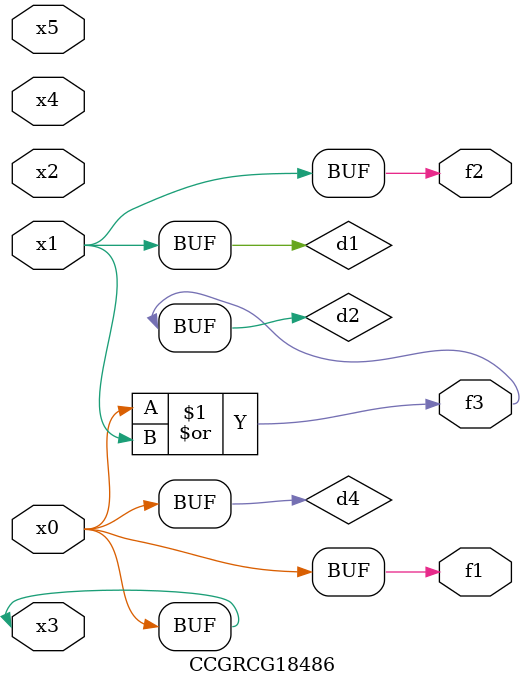
<source format=v>
module CCGRCG18486(
	input x0, x1, x2, x3, x4, x5,
	output f1, f2, f3
);

	wire d1, d2, d3, d4;

	and (d1, x1);
	or (d2, x0, x1);
	nand (d3, x0, x5);
	buf (d4, x0, x3);
	assign f1 = d4;
	assign f2 = d1;
	assign f3 = d2;
endmodule

</source>
